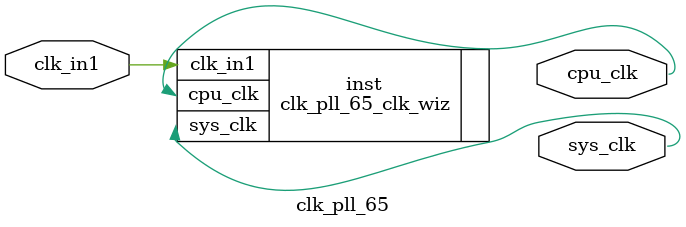
<source format=v>


`timescale 1ps/1ps

(* CORE_GENERATION_INFO = "clk_pll_65,clk_wiz_v6_0_4_0_0,{component_name=clk_pll_65,use_phase_alignment=true,use_min_o_jitter=false,use_max_i_jitter=false,use_dyn_phase_shift=false,use_inclk_switchover=false,use_dyn_reconfig=false,enable_axi=0,feedback_source=FDBK_AUTO,PRIMITIVE=PLL,num_out_clk=2,clkin1_period=10.000,clkin2_period=10.000,use_power_down=false,use_reset=false,use_locked=false,use_inclk_stopped=false,feedback_type=SINGLE,CLOCK_MGR_TYPE=NA,manual_override=false}" *)

module clk_pll_65 
 (
  // Clock out ports
  output        cpu_clk,
  output        sys_clk,
 // Clock in ports
  input         clk_in1
 );

  clk_pll_65_clk_wiz inst
  (
  // Clock out ports  
  .cpu_clk(cpu_clk),
  .sys_clk(sys_clk),
 // Clock in ports
  .clk_in1(clk_in1)
  );

endmodule

</source>
